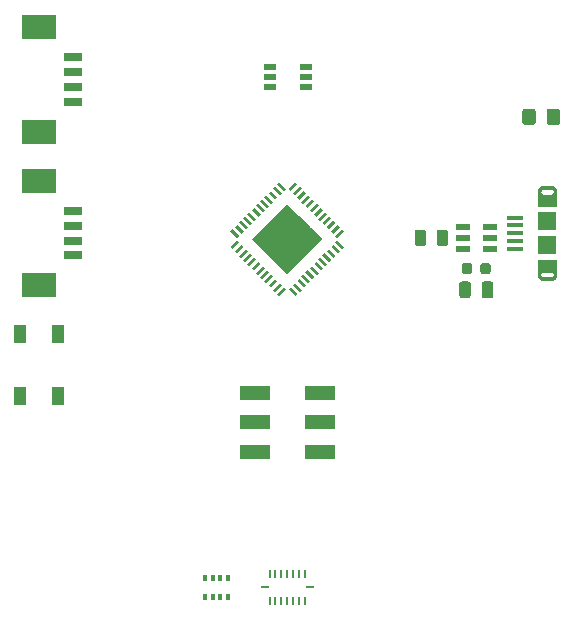
<source format=gbr>
G04 #@! TF.GenerationSoftware,KiCad,Pcbnew,(5.1.9)-1*
G04 #@! TF.CreationDate,2021-01-07T21:38:47-08:00*
G04 #@! TF.ProjectId,Hermes,4865726d-6573-42e6-9b69-6361645f7063,rev?*
G04 #@! TF.SameCoordinates,Original*
G04 #@! TF.FileFunction,Paste,Top*
G04 #@! TF.FilePolarity,Positive*
%FSLAX46Y46*%
G04 Gerber Fmt 4.6, Leading zero omitted, Abs format (unit mm)*
G04 Created by KiCad (PCBNEW (5.1.9)-1) date 2021-01-07 21:38:47*
%MOMM*%
%LPD*%
G01*
G04 APERTURE LIST*
%ADD10C,0.152400*%
%ADD11C,0.000100*%
%ADD12C,0.100000*%
%ADD13R,2.500000X1.200000*%
%ADD14R,0.675000X0.250000*%
%ADD15R,0.250000X0.675000*%
%ADD16R,0.350000X0.500000*%
%ADD17R,1.000000X1.550000*%
%ADD18R,3.000000X2.100000*%
%ADD19R,1.600000X0.800000*%
%ADD20R,1.550000X1.500000*%
%ADD21R,1.350000X0.400000*%
%ADD22R,1.117600X0.508000*%
%ADD23R,1.200000X0.600000*%
G04 APERTURE END LIST*
D10*
G04 #@! TO.C,IC1*
X43024344Y-51346407D02*
X43870750Y-50500000D01*
X42177937Y-50500000D02*
X43024344Y-51346407D01*
X43024344Y-49653593D02*
X42177937Y-50500000D01*
X43870750Y-50500000D02*
X43024344Y-49653593D01*
X44012172Y-52334235D02*
X44858579Y-51487828D01*
X43165765Y-51487828D02*
X44012172Y-52334235D01*
X44012172Y-50641421D02*
X43165765Y-51487828D01*
X44858579Y-51487828D02*
X44012172Y-50641421D01*
X45000000Y-53322063D02*
X45846407Y-52475656D01*
X44153593Y-52475656D02*
X45000000Y-53322063D01*
X45000000Y-51629250D02*
X44153593Y-52475656D01*
X45846407Y-52475656D02*
X45000000Y-51629250D01*
X44012172Y-50358579D02*
X44858579Y-49512172D01*
X43165765Y-49512172D02*
X44012172Y-50358579D01*
X44012172Y-48665765D02*
X43165765Y-49512172D01*
X44858579Y-49512172D02*
X44012172Y-48665765D01*
X45000000Y-51346407D02*
X45846407Y-50500000D01*
X44153593Y-50500000D02*
X45000000Y-51346407D01*
X45000000Y-49653593D02*
X44153593Y-50500000D01*
X45846407Y-50500000D02*
X45000000Y-49653593D01*
X45987828Y-52334235D02*
X46834235Y-51487828D01*
X45141421Y-51487828D02*
X45987828Y-52334235D01*
X45987828Y-50641421D02*
X45141421Y-51487828D01*
X46834235Y-51487828D02*
X45987828Y-50641421D01*
X45000000Y-49370750D02*
X45846407Y-48524344D01*
X44153593Y-48524344D02*
X45000000Y-49370750D01*
X45000000Y-47677937D02*
X44153593Y-48524344D01*
X45846407Y-48524344D02*
X45000000Y-47677937D01*
X45987828Y-50358579D02*
X46834235Y-49512172D01*
X45141421Y-49512172D02*
X45987828Y-50358579D01*
X45987828Y-48665765D02*
X45141421Y-49512172D01*
X46834235Y-49512172D02*
X45987828Y-48665765D01*
X46975656Y-51346407D02*
X47822063Y-50500000D01*
X46129250Y-50500000D02*
X46975656Y-51346407D01*
X46975656Y-49653593D02*
X46129250Y-50500000D01*
X47822063Y-50500000D02*
X46975656Y-49653593D01*
D11*
G04 #@! TO.C,J5*
G36*
X67775000Y-46500000D02*
G01*
X67575000Y-46500000D01*
X67574657Y-46486916D01*
X67573630Y-46473868D01*
X67571922Y-46460891D01*
X67569537Y-46448022D01*
X67566481Y-46435295D01*
X67562764Y-46422746D01*
X67558395Y-46410408D01*
X67553386Y-46398316D01*
X67547752Y-46386502D01*
X67541506Y-46375000D01*
X67534668Y-46363840D01*
X67527254Y-46353054D01*
X67519286Y-46342670D01*
X67510786Y-46332717D01*
X67501777Y-46323223D01*
X67492283Y-46314214D01*
X67482330Y-46305714D01*
X67471946Y-46297746D01*
X67461160Y-46290332D01*
X67450000Y-46283494D01*
X67438498Y-46277248D01*
X67426684Y-46271614D01*
X67414592Y-46266605D01*
X67402254Y-46262236D01*
X67389705Y-46258519D01*
X67376978Y-46255463D01*
X67364109Y-46253078D01*
X67351132Y-46251370D01*
X67338084Y-46250343D01*
X67325000Y-46250000D01*
X66675000Y-46250000D01*
X66661916Y-46250343D01*
X66648868Y-46251370D01*
X66635891Y-46253078D01*
X66623022Y-46255463D01*
X66610295Y-46258519D01*
X66597746Y-46262236D01*
X66585408Y-46266605D01*
X66573316Y-46271614D01*
X66561502Y-46277248D01*
X66550000Y-46283494D01*
X66538840Y-46290332D01*
X66528054Y-46297746D01*
X66517670Y-46305714D01*
X66507717Y-46314214D01*
X66498223Y-46323223D01*
X66489214Y-46332717D01*
X66480714Y-46342670D01*
X66472746Y-46353054D01*
X66465332Y-46363840D01*
X66458494Y-46375000D01*
X66452248Y-46386502D01*
X66446614Y-46398316D01*
X66441605Y-46410408D01*
X66437236Y-46422746D01*
X66433519Y-46435295D01*
X66430463Y-46448022D01*
X66428078Y-46460891D01*
X66426370Y-46473868D01*
X66425343Y-46486916D01*
X66425000Y-46500000D01*
X66225000Y-46500000D01*
X66225685Y-46473832D01*
X66227739Y-46447736D01*
X66231156Y-46421783D01*
X66235926Y-46396044D01*
X66242037Y-46370590D01*
X66249472Y-46345492D01*
X66258210Y-46320816D01*
X66268227Y-46296632D01*
X66279497Y-46273005D01*
X66291987Y-46250000D01*
X66305665Y-46227680D01*
X66320492Y-46206107D01*
X66336427Y-46185340D01*
X66353428Y-46165435D01*
X66371447Y-46146447D01*
X66390435Y-46128428D01*
X66410340Y-46111427D01*
X66431107Y-46095492D01*
X66452680Y-46080665D01*
X66475000Y-46066987D01*
X66498005Y-46054497D01*
X66521632Y-46043227D01*
X66545816Y-46033210D01*
X66570492Y-46024472D01*
X66595590Y-46017037D01*
X66621044Y-46010926D01*
X66646783Y-46006156D01*
X66672736Y-46002739D01*
X66698832Y-46000685D01*
X66725000Y-46000000D01*
X67275000Y-46000000D01*
X67301168Y-46000685D01*
X67327264Y-46002739D01*
X67353217Y-46006156D01*
X67378956Y-46010926D01*
X67404410Y-46017037D01*
X67429508Y-46024472D01*
X67454184Y-46033210D01*
X67478368Y-46043227D01*
X67501995Y-46054497D01*
X67525000Y-46066987D01*
X67547320Y-46080665D01*
X67568893Y-46095492D01*
X67589660Y-46111427D01*
X67609565Y-46128428D01*
X67628553Y-46146447D01*
X67646572Y-46165435D01*
X67663573Y-46185340D01*
X67679508Y-46206107D01*
X67694335Y-46227680D01*
X67708013Y-46250000D01*
X67720503Y-46273005D01*
X67731773Y-46296632D01*
X67741790Y-46320816D01*
X67750528Y-46345492D01*
X67757963Y-46370590D01*
X67764074Y-46396044D01*
X67768844Y-46421783D01*
X67772261Y-46447736D01*
X67774315Y-46473832D01*
X67775000Y-46500000D01*
G37*
X67775000Y-46500000D02*
X67575000Y-46500000D01*
X67574657Y-46486916D01*
X67573630Y-46473868D01*
X67571922Y-46460891D01*
X67569537Y-46448022D01*
X67566481Y-46435295D01*
X67562764Y-46422746D01*
X67558395Y-46410408D01*
X67553386Y-46398316D01*
X67547752Y-46386502D01*
X67541506Y-46375000D01*
X67534668Y-46363840D01*
X67527254Y-46353054D01*
X67519286Y-46342670D01*
X67510786Y-46332717D01*
X67501777Y-46323223D01*
X67492283Y-46314214D01*
X67482330Y-46305714D01*
X67471946Y-46297746D01*
X67461160Y-46290332D01*
X67450000Y-46283494D01*
X67438498Y-46277248D01*
X67426684Y-46271614D01*
X67414592Y-46266605D01*
X67402254Y-46262236D01*
X67389705Y-46258519D01*
X67376978Y-46255463D01*
X67364109Y-46253078D01*
X67351132Y-46251370D01*
X67338084Y-46250343D01*
X67325000Y-46250000D01*
X66675000Y-46250000D01*
X66661916Y-46250343D01*
X66648868Y-46251370D01*
X66635891Y-46253078D01*
X66623022Y-46255463D01*
X66610295Y-46258519D01*
X66597746Y-46262236D01*
X66585408Y-46266605D01*
X66573316Y-46271614D01*
X66561502Y-46277248D01*
X66550000Y-46283494D01*
X66538840Y-46290332D01*
X66528054Y-46297746D01*
X66517670Y-46305714D01*
X66507717Y-46314214D01*
X66498223Y-46323223D01*
X66489214Y-46332717D01*
X66480714Y-46342670D01*
X66472746Y-46353054D01*
X66465332Y-46363840D01*
X66458494Y-46375000D01*
X66452248Y-46386502D01*
X66446614Y-46398316D01*
X66441605Y-46410408D01*
X66437236Y-46422746D01*
X66433519Y-46435295D01*
X66430463Y-46448022D01*
X66428078Y-46460891D01*
X66426370Y-46473868D01*
X66425343Y-46486916D01*
X66425000Y-46500000D01*
X66225000Y-46500000D01*
X66225685Y-46473832D01*
X66227739Y-46447736D01*
X66231156Y-46421783D01*
X66235926Y-46396044D01*
X66242037Y-46370590D01*
X66249472Y-46345492D01*
X66258210Y-46320816D01*
X66268227Y-46296632D01*
X66279497Y-46273005D01*
X66291987Y-46250000D01*
X66305665Y-46227680D01*
X66320492Y-46206107D01*
X66336427Y-46185340D01*
X66353428Y-46165435D01*
X66371447Y-46146447D01*
X66390435Y-46128428D01*
X66410340Y-46111427D01*
X66431107Y-46095492D01*
X66452680Y-46080665D01*
X66475000Y-46066987D01*
X66498005Y-46054497D01*
X66521632Y-46043227D01*
X66545816Y-46033210D01*
X66570492Y-46024472D01*
X66595590Y-46017037D01*
X66621044Y-46010926D01*
X66646783Y-46006156D01*
X66672736Y-46002739D01*
X66698832Y-46000685D01*
X66725000Y-46000000D01*
X67275000Y-46000000D01*
X67301168Y-46000685D01*
X67327264Y-46002739D01*
X67353217Y-46006156D01*
X67378956Y-46010926D01*
X67404410Y-46017037D01*
X67429508Y-46024472D01*
X67454184Y-46033210D01*
X67478368Y-46043227D01*
X67501995Y-46054497D01*
X67525000Y-46066987D01*
X67547320Y-46080665D01*
X67568893Y-46095492D01*
X67589660Y-46111427D01*
X67609565Y-46128428D01*
X67628553Y-46146447D01*
X67646572Y-46165435D01*
X67663573Y-46185340D01*
X67679508Y-46206107D01*
X67694335Y-46227680D01*
X67708013Y-46250000D01*
X67720503Y-46273005D01*
X67731773Y-46296632D01*
X67741790Y-46320816D01*
X67750528Y-46345492D01*
X67757963Y-46370590D01*
X67764074Y-46396044D01*
X67768844Y-46421783D01*
X67772261Y-46447736D01*
X67774315Y-46473832D01*
X67775000Y-46500000D01*
G36*
X67775000Y-46500000D02*
G01*
X67575000Y-46500000D01*
X67574657Y-46513084D01*
X67573630Y-46526132D01*
X67571922Y-46539109D01*
X67569537Y-46551978D01*
X67566481Y-46564705D01*
X67562764Y-46577254D01*
X67558395Y-46589592D01*
X67553386Y-46601684D01*
X67547752Y-46613498D01*
X67541506Y-46625000D01*
X67534668Y-46636160D01*
X67527254Y-46646946D01*
X67519286Y-46657330D01*
X67510786Y-46667283D01*
X67501777Y-46676777D01*
X67492283Y-46685786D01*
X67482330Y-46694286D01*
X67471946Y-46702254D01*
X67461160Y-46709668D01*
X67450000Y-46716506D01*
X67438498Y-46722752D01*
X67426684Y-46728386D01*
X67414592Y-46733395D01*
X67402254Y-46737764D01*
X67389705Y-46741481D01*
X67376978Y-46744537D01*
X67364109Y-46746922D01*
X67351132Y-46748630D01*
X67338084Y-46749657D01*
X67325000Y-46750000D01*
X66675000Y-46750000D01*
X66661916Y-46749657D01*
X66648868Y-46748630D01*
X66635891Y-46746922D01*
X66623022Y-46744537D01*
X66610295Y-46741481D01*
X66597746Y-46737764D01*
X66585408Y-46733395D01*
X66573316Y-46728386D01*
X66561502Y-46722752D01*
X66550000Y-46716506D01*
X66538840Y-46709668D01*
X66528054Y-46702254D01*
X66517670Y-46694286D01*
X66507717Y-46685786D01*
X66498223Y-46676777D01*
X66489214Y-46667283D01*
X66480714Y-46657330D01*
X66472746Y-46646946D01*
X66465332Y-46636160D01*
X66458494Y-46625000D01*
X66452248Y-46613498D01*
X66446614Y-46601684D01*
X66441605Y-46589592D01*
X66437236Y-46577254D01*
X66433519Y-46564705D01*
X66430463Y-46551978D01*
X66428078Y-46539109D01*
X66426370Y-46526132D01*
X66425343Y-46513084D01*
X66425000Y-46500000D01*
X66225000Y-46500000D01*
X66225000Y-47700000D01*
X67775000Y-47700000D01*
X67775000Y-46500000D01*
G37*
X67775000Y-46500000D02*
X67575000Y-46500000D01*
X67574657Y-46513084D01*
X67573630Y-46526132D01*
X67571922Y-46539109D01*
X67569537Y-46551978D01*
X67566481Y-46564705D01*
X67562764Y-46577254D01*
X67558395Y-46589592D01*
X67553386Y-46601684D01*
X67547752Y-46613498D01*
X67541506Y-46625000D01*
X67534668Y-46636160D01*
X67527254Y-46646946D01*
X67519286Y-46657330D01*
X67510786Y-46667283D01*
X67501777Y-46676777D01*
X67492283Y-46685786D01*
X67482330Y-46694286D01*
X67471946Y-46702254D01*
X67461160Y-46709668D01*
X67450000Y-46716506D01*
X67438498Y-46722752D01*
X67426684Y-46728386D01*
X67414592Y-46733395D01*
X67402254Y-46737764D01*
X67389705Y-46741481D01*
X67376978Y-46744537D01*
X67364109Y-46746922D01*
X67351132Y-46748630D01*
X67338084Y-46749657D01*
X67325000Y-46750000D01*
X66675000Y-46750000D01*
X66661916Y-46749657D01*
X66648868Y-46748630D01*
X66635891Y-46746922D01*
X66623022Y-46744537D01*
X66610295Y-46741481D01*
X66597746Y-46737764D01*
X66585408Y-46733395D01*
X66573316Y-46728386D01*
X66561502Y-46722752D01*
X66550000Y-46716506D01*
X66538840Y-46709668D01*
X66528054Y-46702254D01*
X66517670Y-46694286D01*
X66507717Y-46685786D01*
X66498223Y-46676777D01*
X66489214Y-46667283D01*
X66480714Y-46657330D01*
X66472746Y-46646946D01*
X66465332Y-46636160D01*
X66458494Y-46625000D01*
X66452248Y-46613498D01*
X66446614Y-46601684D01*
X66441605Y-46589592D01*
X66437236Y-46577254D01*
X66433519Y-46564705D01*
X66430463Y-46551978D01*
X66428078Y-46539109D01*
X66426370Y-46526132D01*
X66425343Y-46513084D01*
X66425000Y-46500000D01*
X66225000Y-46500000D01*
X66225000Y-47700000D01*
X67775000Y-47700000D01*
X67775000Y-46500000D01*
X67770000Y-46500000D02*
X67600000Y-46500000D01*
G36*
X66225000Y-53500000D02*
G01*
X66425000Y-53500000D01*
X66425343Y-53513084D01*
X66426370Y-53526132D01*
X66428078Y-53539109D01*
X66430463Y-53551978D01*
X66433519Y-53564705D01*
X66437236Y-53577254D01*
X66441605Y-53589592D01*
X66446614Y-53601684D01*
X66452248Y-53613498D01*
X66458494Y-53625000D01*
X66465332Y-53636160D01*
X66472746Y-53646946D01*
X66480714Y-53657330D01*
X66489214Y-53667283D01*
X66498223Y-53676777D01*
X66507717Y-53685786D01*
X66517670Y-53694286D01*
X66528054Y-53702254D01*
X66538840Y-53709668D01*
X66550000Y-53716506D01*
X66561502Y-53722752D01*
X66573316Y-53728386D01*
X66585408Y-53733395D01*
X66597746Y-53737764D01*
X66610295Y-53741481D01*
X66623022Y-53744537D01*
X66635891Y-53746922D01*
X66648868Y-53748630D01*
X66661916Y-53749657D01*
X66675000Y-53750000D01*
X67325000Y-53750000D01*
X67338084Y-53749657D01*
X67351132Y-53748630D01*
X67364109Y-53746922D01*
X67376978Y-53744537D01*
X67389705Y-53741481D01*
X67402254Y-53737764D01*
X67414592Y-53733395D01*
X67426684Y-53728386D01*
X67438498Y-53722752D01*
X67450000Y-53716506D01*
X67461160Y-53709668D01*
X67471946Y-53702254D01*
X67482330Y-53694286D01*
X67492283Y-53685786D01*
X67501777Y-53676777D01*
X67510786Y-53667283D01*
X67519286Y-53657330D01*
X67527254Y-53646946D01*
X67534668Y-53636160D01*
X67541506Y-53625000D01*
X67547752Y-53613498D01*
X67553386Y-53601684D01*
X67558395Y-53589592D01*
X67562764Y-53577254D01*
X67566481Y-53564705D01*
X67569537Y-53551978D01*
X67571922Y-53539109D01*
X67573630Y-53526132D01*
X67574657Y-53513084D01*
X67575000Y-53500000D01*
X67775000Y-53500000D01*
X67774315Y-53526168D01*
X67772261Y-53552264D01*
X67768844Y-53578217D01*
X67764074Y-53603956D01*
X67757963Y-53629410D01*
X67750528Y-53654508D01*
X67741790Y-53679184D01*
X67731773Y-53703368D01*
X67720503Y-53726995D01*
X67708013Y-53750000D01*
X67694335Y-53772320D01*
X67679508Y-53793893D01*
X67663573Y-53814660D01*
X67646572Y-53834565D01*
X67628553Y-53853553D01*
X67609565Y-53871572D01*
X67589660Y-53888573D01*
X67568893Y-53904508D01*
X67547320Y-53919335D01*
X67525000Y-53933013D01*
X67501995Y-53945503D01*
X67478368Y-53956773D01*
X67454184Y-53966790D01*
X67429508Y-53975528D01*
X67404410Y-53982963D01*
X67378956Y-53989074D01*
X67353217Y-53993844D01*
X67327264Y-53997261D01*
X67301168Y-53999315D01*
X67275000Y-54000000D01*
X66725000Y-54000000D01*
X66698832Y-53999315D01*
X66672736Y-53997261D01*
X66646783Y-53993844D01*
X66621044Y-53989074D01*
X66595590Y-53982963D01*
X66570492Y-53975528D01*
X66545816Y-53966790D01*
X66521632Y-53956773D01*
X66498005Y-53945503D01*
X66475000Y-53933013D01*
X66452680Y-53919335D01*
X66431107Y-53904508D01*
X66410340Y-53888573D01*
X66390435Y-53871572D01*
X66371447Y-53853553D01*
X66353428Y-53834565D01*
X66336427Y-53814660D01*
X66320492Y-53793893D01*
X66305665Y-53772320D01*
X66291987Y-53750000D01*
X66279497Y-53726995D01*
X66268227Y-53703368D01*
X66258210Y-53679184D01*
X66249472Y-53654508D01*
X66242037Y-53629410D01*
X66235926Y-53603956D01*
X66231156Y-53578217D01*
X66227739Y-53552264D01*
X66225685Y-53526168D01*
X66225000Y-53500000D01*
G37*
X66225000Y-53500000D02*
X66425000Y-53500000D01*
X66425343Y-53513084D01*
X66426370Y-53526132D01*
X66428078Y-53539109D01*
X66430463Y-53551978D01*
X66433519Y-53564705D01*
X66437236Y-53577254D01*
X66441605Y-53589592D01*
X66446614Y-53601684D01*
X66452248Y-53613498D01*
X66458494Y-53625000D01*
X66465332Y-53636160D01*
X66472746Y-53646946D01*
X66480714Y-53657330D01*
X66489214Y-53667283D01*
X66498223Y-53676777D01*
X66507717Y-53685786D01*
X66517670Y-53694286D01*
X66528054Y-53702254D01*
X66538840Y-53709668D01*
X66550000Y-53716506D01*
X66561502Y-53722752D01*
X66573316Y-53728386D01*
X66585408Y-53733395D01*
X66597746Y-53737764D01*
X66610295Y-53741481D01*
X66623022Y-53744537D01*
X66635891Y-53746922D01*
X66648868Y-53748630D01*
X66661916Y-53749657D01*
X66675000Y-53750000D01*
X67325000Y-53750000D01*
X67338084Y-53749657D01*
X67351132Y-53748630D01*
X67364109Y-53746922D01*
X67376978Y-53744537D01*
X67389705Y-53741481D01*
X67402254Y-53737764D01*
X67414592Y-53733395D01*
X67426684Y-53728386D01*
X67438498Y-53722752D01*
X67450000Y-53716506D01*
X67461160Y-53709668D01*
X67471946Y-53702254D01*
X67482330Y-53694286D01*
X67492283Y-53685786D01*
X67501777Y-53676777D01*
X67510786Y-53667283D01*
X67519286Y-53657330D01*
X67527254Y-53646946D01*
X67534668Y-53636160D01*
X67541506Y-53625000D01*
X67547752Y-53613498D01*
X67553386Y-53601684D01*
X67558395Y-53589592D01*
X67562764Y-53577254D01*
X67566481Y-53564705D01*
X67569537Y-53551978D01*
X67571922Y-53539109D01*
X67573630Y-53526132D01*
X67574657Y-53513084D01*
X67575000Y-53500000D01*
X67775000Y-53500000D01*
X67774315Y-53526168D01*
X67772261Y-53552264D01*
X67768844Y-53578217D01*
X67764074Y-53603956D01*
X67757963Y-53629410D01*
X67750528Y-53654508D01*
X67741790Y-53679184D01*
X67731773Y-53703368D01*
X67720503Y-53726995D01*
X67708013Y-53750000D01*
X67694335Y-53772320D01*
X67679508Y-53793893D01*
X67663573Y-53814660D01*
X67646572Y-53834565D01*
X67628553Y-53853553D01*
X67609565Y-53871572D01*
X67589660Y-53888573D01*
X67568893Y-53904508D01*
X67547320Y-53919335D01*
X67525000Y-53933013D01*
X67501995Y-53945503D01*
X67478368Y-53956773D01*
X67454184Y-53966790D01*
X67429508Y-53975528D01*
X67404410Y-53982963D01*
X67378956Y-53989074D01*
X67353217Y-53993844D01*
X67327264Y-53997261D01*
X67301168Y-53999315D01*
X67275000Y-54000000D01*
X66725000Y-54000000D01*
X66698832Y-53999315D01*
X66672736Y-53997261D01*
X66646783Y-53993844D01*
X66621044Y-53989074D01*
X66595590Y-53982963D01*
X66570492Y-53975528D01*
X66545816Y-53966790D01*
X66521632Y-53956773D01*
X66498005Y-53945503D01*
X66475000Y-53933013D01*
X66452680Y-53919335D01*
X66431107Y-53904508D01*
X66410340Y-53888573D01*
X66390435Y-53871572D01*
X66371447Y-53853553D01*
X66353428Y-53834565D01*
X66336427Y-53814660D01*
X66320492Y-53793893D01*
X66305665Y-53772320D01*
X66291987Y-53750000D01*
X66279497Y-53726995D01*
X66268227Y-53703368D01*
X66258210Y-53679184D01*
X66249472Y-53654508D01*
X66242037Y-53629410D01*
X66235926Y-53603956D01*
X66231156Y-53578217D01*
X66227739Y-53552264D01*
X66225685Y-53526168D01*
X66225000Y-53500000D01*
G36*
X66225000Y-53500000D02*
G01*
X66425000Y-53500000D01*
X66425343Y-53486916D01*
X66426370Y-53473868D01*
X66428078Y-53460891D01*
X66430463Y-53448022D01*
X66433519Y-53435295D01*
X66437236Y-53422746D01*
X66441605Y-53410408D01*
X66446614Y-53398316D01*
X66452248Y-53386502D01*
X66458494Y-53375000D01*
X66465332Y-53363840D01*
X66472746Y-53353054D01*
X66480714Y-53342670D01*
X66489214Y-53332717D01*
X66498223Y-53323223D01*
X66507717Y-53314214D01*
X66517670Y-53305714D01*
X66528054Y-53297746D01*
X66538840Y-53290332D01*
X66550000Y-53283494D01*
X66561502Y-53277248D01*
X66573316Y-53271614D01*
X66585408Y-53266605D01*
X66597746Y-53262236D01*
X66610295Y-53258519D01*
X66623022Y-53255463D01*
X66635891Y-53253078D01*
X66648868Y-53251370D01*
X66661916Y-53250343D01*
X66675000Y-53250000D01*
X67325000Y-53250000D01*
X67338084Y-53250343D01*
X67351132Y-53251370D01*
X67364109Y-53253078D01*
X67376978Y-53255463D01*
X67389705Y-53258519D01*
X67402254Y-53262236D01*
X67414592Y-53266605D01*
X67426684Y-53271614D01*
X67438498Y-53277248D01*
X67450000Y-53283494D01*
X67461160Y-53290332D01*
X67471946Y-53297746D01*
X67482330Y-53305714D01*
X67492283Y-53314214D01*
X67501777Y-53323223D01*
X67510786Y-53332717D01*
X67519286Y-53342670D01*
X67527254Y-53353054D01*
X67534668Y-53363840D01*
X67541506Y-53375000D01*
X67547752Y-53386502D01*
X67553386Y-53398316D01*
X67558395Y-53410408D01*
X67562764Y-53422746D01*
X67566481Y-53435295D01*
X67569537Y-53448022D01*
X67571922Y-53460891D01*
X67573630Y-53473868D01*
X67574657Y-53486916D01*
X67575000Y-53500000D01*
X67775000Y-53500000D01*
X67775000Y-52300000D01*
X66225000Y-52300000D01*
X66225000Y-53500000D01*
G37*
X66225000Y-53500000D02*
X66425000Y-53500000D01*
X66425343Y-53486916D01*
X66426370Y-53473868D01*
X66428078Y-53460891D01*
X66430463Y-53448022D01*
X66433519Y-53435295D01*
X66437236Y-53422746D01*
X66441605Y-53410408D01*
X66446614Y-53398316D01*
X66452248Y-53386502D01*
X66458494Y-53375000D01*
X66465332Y-53363840D01*
X66472746Y-53353054D01*
X66480714Y-53342670D01*
X66489214Y-53332717D01*
X66498223Y-53323223D01*
X66507717Y-53314214D01*
X66517670Y-53305714D01*
X66528054Y-53297746D01*
X66538840Y-53290332D01*
X66550000Y-53283494D01*
X66561502Y-53277248D01*
X66573316Y-53271614D01*
X66585408Y-53266605D01*
X66597746Y-53262236D01*
X66610295Y-53258519D01*
X66623022Y-53255463D01*
X66635891Y-53253078D01*
X66648868Y-53251370D01*
X66661916Y-53250343D01*
X66675000Y-53250000D01*
X67325000Y-53250000D01*
X67338084Y-53250343D01*
X67351132Y-53251370D01*
X67364109Y-53253078D01*
X67376978Y-53255463D01*
X67389705Y-53258519D01*
X67402254Y-53262236D01*
X67414592Y-53266605D01*
X67426684Y-53271614D01*
X67438498Y-53277248D01*
X67450000Y-53283494D01*
X67461160Y-53290332D01*
X67471946Y-53297746D01*
X67482330Y-53305714D01*
X67492283Y-53314214D01*
X67501777Y-53323223D01*
X67510786Y-53332717D01*
X67519286Y-53342670D01*
X67527254Y-53353054D01*
X67534668Y-53363840D01*
X67541506Y-53375000D01*
X67547752Y-53386502D01*
X67553386Y-53398316D01*
X67558395Y-53410408D01*
X67562764Y-53422746D01*
X67566481Y-53435295D01*
X67569537Y-53448022D01*
X67571922Y-53460891D01*
X67573630Y-53473868D01*
X67574657Y-53486916D01*
X67575000Y-53500000D01*
X67775000Y-53500000D01*
X67775000Y-52300000D01*
X66225000Y-52300000D01*
X66225000Y-53500000D01*
X66230000Y-53500000D02*
X66400000Y-53500000D01*
G04 #@! TD*
D12*
G04 #@! TO.C,IC1*
G36*
X45000000Y-47536515D02*
G01*
X47963485Y-50500000D01*
X45000000Y-53463485D01*
X42036515Y-50500000D01*
X45000000Y-47536515D01*
G37*
G36*
X49238681Y-50607763D02*
G01*
X49813418Y-51182500D01*
X49633813Y-51362105D01*
X49059076Y-50787368D01*
X49238681Y-50607763D01*
G37*
G36*
X48879470Y-50966973D02*
G01*
X49454207Y-51541710D01*
X49274602Y-51721315D01*
X48699865Y-51146578D01*
X48879470Y-50966973D01*
G37*
G36*
X48520260Y-51326183D02*
G01*
X49094997Y-51900920D01*
X48915392Y-52080525D01*
X48340655Y-51505788D01*
X48520260Y-51326183D01*
G37*
G36*
X48161050Y-51685394D02*
G01*
X48735787Y-52260131D01*
X48556182Y-52439736D01*
X47981445Y-51864999D01*
X48161050Y-51685394D01*
G37*
G36*
X47801840Y-52044604D02*
G01*
X48376577Y-52619341D01*
X48196972Y-52798946D01*
X47622235Y-52224209D01*
X47801840Y-52044604D01*
G37*
G36*
X47442629Y-52403814D02*
G01*
X48017366Y-52978551D01*
X47837761Y-53158156D01*
X47263024Y-52583419D01*
X47442629Y-52403814D01*
G37*
G36*
X47083419Y-52763024D02*
G01*
X47658156Y-53337761D01*
X47478551Y-53517366D01*
X46903814Y-52942629D01*
X47083419Y-52763024D01*
G37*
G36*
X46724209Y-53122235D02*
G01*
X47298946Y-53696972D01*
X47119341Y-53876577D01*
X46544604Y-53301840D01*
X46724209Y-53122235D01*
G37*
G36*
X46364999Y-53481445D02*
G01*
X46939736Y-54056182D01*
X46760131Y-54235787D01*
X46185394Y-53661050D01*
X46364999Y-53481445D01*
G37*
G36*
X46005788Y-53840655D02*
G01*
X46580525Y-54415392D01*
X46400920Y-54594997D01*
X45826183Y-54020260D01*
X46005788Y-53840655D01*
G37*
G36*
X45646578Y-54199865D02*
G01*
X46221315Y-54774602D01*
X46041710Y-54954207D01*
X45466973Y-54379470D01*
X45646578Y-54199865D01*
G37*
G36*
X45287368Y-54559076D02*
G01*
X45862105Y-55133813D01*
X45682500Y-55313418D01*
X45107763Y-54738681D01*
X45287368Y-54559076D01*
G37*
G36*
X44137895Y-55133813D02*
G01*
X44712632Y-54559076D01*
X44892237Y-54738681D01*
X44317500Y-55313418D01*
X44137895Y-55133813D01*
G37*
G36*
X43778685Y-54774602D02*
G01*
X44353422Y-54199865D01*
X44533027Y-54379470D01*
X43958290Y-54954207D01*
X43778685Y-54774602D01*
G37*
G36*
X43419475Y-54415392D02*
G01*
X43994212Y-53840655D01*
X44173817Y-54020260D01*
X43599080Y-54594997D01*
X43419475Y-54415392D01*
G37*
G36*
X43060264Y-54056182D02*
G01*
X43635001Y-53481445D01*
X43814606Y-53661050D01*
X43239869Y-54235787D01*
X43060264Y-54056182D01*
G37*
G36*
X42701054Y-53696972D02*
G01*
X43275791Y-53122235D01*
X43455396Y-53301840D01*
X42880659Y-53876577D01*
X42701054Y-53696972D01*
G37*
G36*
X42341844Y-53337761D02*
G01*
X42916581Y-52763024D01*
X43096186Y-52942629D01*
X42521449Y-53517366D01*
X42341844Y-53337761D01*
G37*
G36*
X41982634Y-52978551D02*
G01*
X42557371Y-52403814D01*
X42736976Y-52583419D01*
X42162239Y-53158156D01*
X41982634Y-52978551D01*
G37*
G36*
X41623423Y-52619341D02*
G01*
X42198160Y-52044604D01*
X42377765Y-52224209D01*
X41803028Y-52798946D01*
X41623423Y-52619341D01*
G37*
G36*
X41264213Y-52260131D02*
G01*
X41838950Y-51685394D01*
X42018555Y-51864999D01*
X41443818Y-52439736D01*
X41264213Y-52260131D01*
G37*
G36*
X40905003Y-51900920D02*
G01*
X41479740Y-51326183D01*
X41659345Y-51505788D01*
X41084608Y-52080525D01*
X40905003Y-51900920D01*
G37*
G36*
X40545793Y-51541710D02*
G01*
X41120530Y-50966973D01*
X41300135Y-51146578D01*
X40725398Y-51721315D01*
X40545793Y-51541710D01*
G37*
G36*
X40186582Y-51182500D02*
G01*
X40761319Y-50607763D01*
X40940924Y-50787368D01*
X40366187Y-51362105D01*
X40186582Y-51182500D01*
G37*
G36*
X40366187Y-49637895D02*
G01*
X40940924Y-50212632D01*
X40761319Y-50392237D01*
X40186582Y-49817500D01*
X40366187Y-49637895D01*
G37*
G36*
X40725398Y-49278685D02*
G01*
X41300135Y-49853422D01*
X41120530Y-50033027D01*
X40545793Y-49458290D01*
X40725398Y-49278685D01*
G37*
G36*
X41084608Y-48919475D02*
G01*
X41659345Y-49494212D01*
X41479740Y-49673817D01*
X40905003Y-49099080D01*
X41084608Y-48919475D01*
G37*
G36*
X41443818Y-48560264D02*
G01*
X42018555Y-49135001D01*
X41838950Y-49314606D01*
X41264213Y-48739869D01*
X41443818Y-48560264D01*
G37*
G36*
X41803028Y-48201054D02*
G01*
X42377765Y-48775791D01*
X42198160Y-48955396D01*
X41623423Y-48380659D01*
X41803028Y-48201054D01*
G37*
G36*
X42162239Y-47841844D02*
G01*
X42736976Y-48416581D01*
X42557371Y-48596186D01*
X41982634Y-48021449D01*
X42162239Y-47841844D01*
G37*
G36*
X42521449Y-47482634D02*
G01*
X43096186Y-48057371D01*
X42916581Y-48236976D01*
X42341844Y-47662239D01*
X42521449Y-47482634D01*
G37*
G36*
X42880659Y-47123423D02*
G01*
X43455396Y-47698160D01*
X43275791Y-47877765D01*
X42701054Y-47303028D01*
X42880659Y-47123423D01*
G37*
G36*
X43239869Y-46764213D02*
G01*
X43814606Y-47338950D01*
X43635001Y-47518555D01*
X43060264Y-46943818D01*
X43239869Y-46764213D01*
G37*
G36*
X43599080Y-46405003D02*
G01*
X44173817Y-46979740D01*
X43994212Y-47159345D01*
X43419475Y-46584608D01*
X43599080Y-46405003D01*
G37*
G36*
X43958290Y-46045793D02*
G01*
X44533027Y-46620530D01*
X44353422Y-46800135D01*
X43778685Y-46225398D01*
X43958290Y-46045793D01*
G37*
G36*
X44317500Y-45686582D02*
G01*
X44892237Y-46261319D01*
X44712632Y-46440924D01*
X44137895Y-45866187D01*
X44317500Y-45686582D01*
G37*
G36*
X45107763Y-46261319D02*
G01*
X45682500Y-45686582D01*
X45862105Y-45866187D01*
X45287368Y-46440924D01*
X45107763Y-46261319D01*
G37*
G36*
X45466973Y-46620530D02*
G01*
X46041710Y-46045793D01*
X46221315Y-46225398D01*
X45646578Y-46800135D01*
X45466973Y-46620530D01*
G37*
G36*
X45826183Y-46979740D02*
G01*
X46400920Y-46405003D01*
X46580525Y-46584608D01*
X46005788Y-47159345D01*
X45826183Y-46979740D01*
G37*
G36*
X46185394Y-47338950D02*
G01*
X46760131Y-46764213D01*
X46939736Y-46943818D01*
X46364999Y-47518555D01*
X46185394Y-47338950D01*
G37*
G36*
X46544604Y-47698160D02*
G01*
X47119341Y-47123423D01*
X47298946Y-47303028D01*
X46724209Y-47877765D01*
X46544604Y-47698160D01*
G37*
G36*
X46903814Y-48057371D02*
G01*
X47478551Y-47482634D01*
X47658156Y-47662239D01*
X47083419Y-48236976D01*
X46903814Y-48057371D01*
G37*
G36*
X47263024Y-48416581D02*
G01*
X47837761Y-47841844D01*
X48017366Y-48021449D01*
X47442629Y-48596186D01*
X47263024Y-48416581D01*
G37*
G36*
X47622235Y-48775791D02*
G01*
X48196972Y-48201054D01*
X48376577Y-48380659D01*
X47801840Y-48955396D01*
X47622235Y-48775791D01*
G37*
G36*
X47981445Y-49135001D02*
G01*
X48556182Y-48560264D01*
X48735787Y-48739869D01*
X48161050Y-49314606D01*
X47981445Y-49135001D01*
G37*
G36*
X48340655Y-49494212D02*
G01*
X48915392Y-48919475D01*
X49094997Y-49099080D01*
X48520260Y-49673817D01*
X48340655Y-49494212D01*
G37*
G36*
X48699865Y-49853422D02*
G01*
X49274602Y-49278685D01*
X49454207Y-49458290D01*
X48879470Y-50033027D01*
X48699865Y-49853422D01*
G37*
G36*
X49059076Y-50212632D02*
G01*
X49633813Y-49637895D01*
X49813418Y-49817500D01*
X49238681Y-50392237D01*
X49059076Y-50212632D01*
G37*
G04 #@! TD*
D13*
G04 #@! TO.C,S2*
X47750000Y-63500000D03*
X47750000Y-66000000D03*
X47750000Y-68500000D03*
X42250000Y-68500000D03*
X42250000Y-66000000D03*
X42250000Y-63500000D03*
G04 #@! TD*
D14*
G04 #@! TO.C,U2*
X43085000Y-80000000D03*
D15*
X43500000Y-81165000D03*
X44000000Y-81165000D03*
X44500000Y-81165000D03*
X45000000Y-81165000D03*
X45500000Y-81165000D03*
X46000000Y-81165000D03*
X46500000Y-81165000D03*
D14*
X46915000Y-80000000D03*
D15*
X46500000Y-78835000D03*
X46000000Y-78835000D03*
X45500000Y-78835000D03*
X45000000Y-78835000D03*
X44500000Y-78835000D03*
X44000000Y-78835000D03*
X43500000Y-78835000D03*
G04 #@! TD*
D16*
G04 #@! TO.C,U3*
X39975000Y-79200000D03*
X39325000Y-79200000D03*
X38675000Y-79200000D03*
X38025000Y-79200000D03*
X38025000Y-80800000D03*
X38675000Y-80800000D03*
X39325000Y-80800000D03*
X39975000Y-80800000D03*
G04 #@! TD*
D17*
G04 #@! TO.C,S1*
X25550000Y-58575000D03*
X25550000Y-63825000D03*
X22350000Y-58575000D03*
X22350000Y-63825000D03*
G04 #@! TD*
D18*
G04 #@! TO.C,J6*
X24000000Y-54425000D03*
X24000000Y-45575000D03*
D19*
X26900000Y-51875000D03*
X26900000Y-50625000D03*
X26900000Y-49375000D03*
X26900000Y-48125000D03*
G04 #@! TD*
D20*
G04 #@! TO.C,J5*
X67000000Y-49000000D03*
X67000000Y-51000000D03*
D21*
X64300000Y-48700000D03*
X64300000Y-49350000D03*
X64300000Y-50000000D03*
X64300000Y-50650000D03*
X64300000Y-51300000D03*
G04 #@! TD*
G04 #@! TO.C,FB1*
G36*
G01*
X61350000Y-53256250D02*
X61350000Y-52743750D01*
G75*
G02*
X61568750Y-52525000I218750J0D01*
G01*
X62006250Y-52525000D01*
G75*
G02*
X62225000Y-52743750I0J-218750D01*
G01*
X62225000Y-53256250D01*
G75*
G02*
X62006250Y-53475000I-218750J0D01*
G01*
X61568750Y-53475000D01*
G75*
G02*
X61350000Y-53256250I0J218750D01*
G01*
G37*
G36*
G01*
X59775000Y-53256250D02*
X59775000Y-52743750D01*
G75*
G02*
X59993750Y-52525000I218750J0D01*
G01*
X60431250Y-52525000D01*
G75*
G02*
X60650000Y-52743750I0J-218750D01*
G01*
X60650000Y-53256250D01*
G75*
G02*
X60431250Y-53475000I-218750J0D01*
G01*
X59993750Y-53475000D01*
G75*
G02*
X59775000Y-53256250I0J218750D01*
G01*
G37*
G04 #@! TD*
G04 #@! TO.C,F1*
G36*
G01*
X56750000Y-49943750D02*
X56750000Y-50856250D01*
G75*
G02*
X56506250Y-51100000I-243750J0D01*
G01*
X56018750Y-51100000D01*
G75*
G02*
X55775000Y-50856250I0J243750D01*
G01*
X55775000Y-49943750D01*
G75*
G02*
X56018750Y-49700000I243750J0D01*
G01*
X56506250Y-49700000D01*
G75*
G02*
X56750000Y-49943750I0J-243750D01*
G01*
G37*
G36*
G01*
X58625000Y-49943750D02*
X58625000Y-50856250D01*
G75*
G02*
X58381250Y-51100000I-243750J0D01*
G01*
X57893750Y-51100000D01*
G75*
G02*
X57650000Y-50856250I0J243750D01*
G01*
X57650000Y-49943750D01*
G75*
G02*
X57893750Y-49700000I243750J0D01*
G01*
X58381250Y-49700000D01*
G75*
G02*
X58625000Y-49943750I0J-243750D01*
G01*
G37*
G04 #@! TD*
D22*
G04 #@! TO.C,D4*
X46624000Y-35899999D03*
X46624000Y-36750000D03*
X46624000Y-37600001D03*
X43576000Y-37600001D03*
X43576000Y-36750000D03*
X43576000Y-35899999D03*
G04 #@! TD*
G04 #@! TO.C,D3*
G36*
G01*
X66950000Y-40600001D02*
X66950000Y-39699999D01*
G75*
G02*
X67199999Y-39450000I249999J0D01*
G01*
X67850001Y-39450000D01*
G75*
G02*
X68100000Y-39699999I0J-249999D01*
G01*
X68100000Y-40600001D01*
G75*
G02*
X67850001Y-40850000I-249999J0D01*
G01*
X67199999Y-40850000D01*
G75*
G02*
X66950000Y-40600001I0J249999D01*
G01*
G37*
G36*
G01*
X64900000Y-40600001D02*
X64900000Y-39699999D01*
G75*
G02*
X65149999Y-39450000I249999J0D01*
G01*
X65800001Y-39450000D01*
G75*
G02*
X66050000Y-39699999I0J-249999D01*
G01*
X66050000Y-40600001D01*
G75*
G02*
X65800001Y-40850000I-249999J0D01*
G01*
X65149999Y-40850000D01*
G75*
G02*
X64900000Y-40600001I0J249999D01*
G01*
G37*
G04 #@! TD*
D23*
G04 #@! TO.C,D1*
X59850000Y-51350000D03*
X59850000Y-50400000D03*
X59850000Y-49450000D03*
X62150000Y-49450000D03*
X62150000Y-50400000D03*
X62150000Y-51350000D03*
G04 #@! TD*
G04 #@! TO.C,C1*
G36*
G01*
X60550000Y-54325000D02*
X60550000Y-55275000D01*
G75*
G02*
X60300000Y-55525000I-250000J0D01*
G01*
X59800000Y-55525000D01*
G75*
G02*
X59550000Y-55275000I0J250000D01*
G01*
X59550000Y-54325000D01*
G75*
G02*
X59800000Y-54075000I250000J0D01*
G01*
X60300000Y-54075000D01*
G75*
G02*
X60550000Y-54325000I0J-250000D01*
G01*
G37*
G36*
G01*
X62450000Y-54325000D02*
X62450000Y-55275000D01*
G75*
G02*
X62200000Y-55525000I-250000J0D01*
G01*
X61700000Y-55525000D01*
G75*
G02*
X61450000Y-55275000I0J250000D01*
G01*
X61450000Y-54325000D01*
G75*
G02*
X61700000Y-54075000I250000J0D01*
G01*
X62200000Y-54075000D01*
G75*
G02*
X62450000Y-54325000I0J-250000D01*
G01*
G37*
G04 #@! TD*
D19*
G04 #@! TO.C,J7*
X26900000Y-35125000D03*
X26900000Y-36375000D03*
X26900000Y-37625000D03*
X26900000Y-38875000D03*
D18*
X24000000Y-32575000D03*
X24000000Y-41425000D03*
G04 #@! TD*
M02*

</source>
